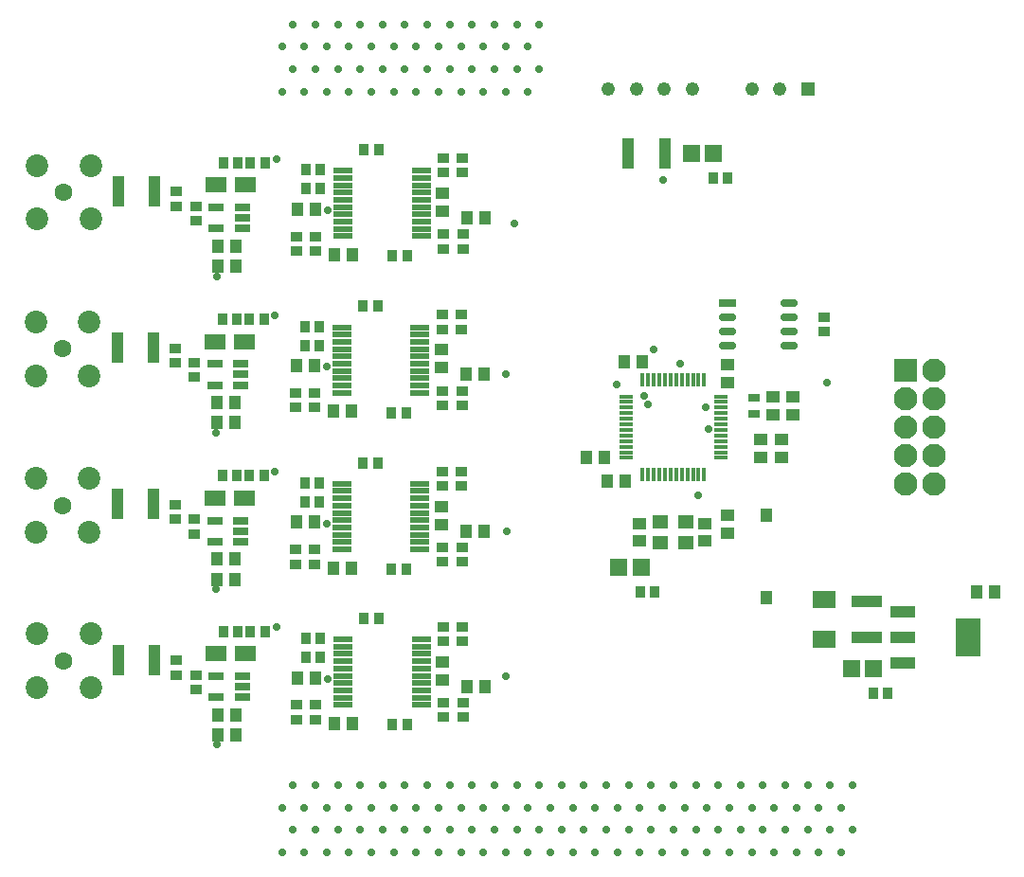
<source format=gts>
G04*
G04 #@! TF.GenerationSoftware,Altium Limited,Altium Designer,25.6.2 (33)*
G04*
G04 Layer_Color=8388736*
%FSLAX44Y44*%
%MOMM*%
G71*
G04*
G04 #@! TF.SameCoordinates,42BA56CB-4CE2-47E9-A465-7F88C4280AAA*
G04*
G04*
G04 #@! TF.FilePolarity,Negative*
G04*
G01*
G75*
%ADD21R,1.2400X0.3450*%
%ADD22R,0.3450X1.2400*%
%ADD31R,1.7010X0.4818*%
%ADD38R,1.5000X1.6000*%
%ADD39R,1.1000X1.2000*%
%ADD40R,1.1500X1.0000*%
%ADD41R,1.0000X1.1500*%
%ADD42R,0.9000X1.0500*%
%ADD43R,1.4000X1.1500*%
%ADD44R,2.2500X1.0000*%
%ADD45R,2.2500X3.3500*%
%ADD46R,1.8500X1.3500*%
%ADD47R,1.4200X0.6900*%
%ADD48R,1.0500X0.9000*%
%ADD49R,1.0542X2.8062*%
%ADD50O,1.5500X0.7000*%
%ADD51R,2.8062X1.0542*%
%ADD52R,2.1000X1.5000*%
%ADD53R,1.5500X0.7000*%
%ADD54R,1.0700X0.7700*%
%ADD55C,2.0200*%
%ADD56C,1.6080*%
%ADD57C,2.1000*%
%ADD58C,1.2300*%
%ADD59R,1.2300X1.2300*%
%ADD60R,2.1000X2.1000*%
%ADD61C,0.7000*%
D21*
X587500Y367500D02*
D03*
Y372500D02*
D03*
Y377500D02*
D03*
Y382500D02*
D03*
Y387500D02*
D03*
Y392500D02*
D03*
Y397500D02*
D03*
Y402500D02*
D03*
Y407500D02*
D03*
Y412500D02*
D03*
Y417500D02*
D03*
Y422500D02*
D03*
X672500D02*
D03*
Y417500D02*
D03*
Y412500D02*
D03*
Y407500D02*
D03*
Y402500D02*
D03*
Y397500D02*
D03*
Y392500D02*
D03*
Y387500D02*
D03*
Y382500D02*
D03*
Y377500D02*
D03*
Y372500D02*
D03*
Y367500D02*
D03*
D22*
X602500Y437500D02*
D03*
X607500D02*
D03*
X612500D02*
D03*
X617500D02*
D03*
X622500D02*
D03*
X627500D02*
D03*
X632500D02*
D03*
X637500D02*
D03*
X642500D02*
D03*
X647500D02*
D03*
X652500D02*
D03*
X657500D02*
D03*
Y352500D02*
D03*
X652500D02*
D03*
X647500D02*
D03*
X642500D02*
D03*
X637500D02*
D03*
X632500D02*
D03*
X627500D02*
D03*
X622500D02*
D03*
X617500D02*
D03*
X612500D02*
D03*
X607500D02*
D03*
X602500D02*
D03*
D31*
X334943Y624206D02*
D03*
Y617856D02*
D03*
Y611252D02*
D03*
Y604648D02*
D03*
Y598298D02*
D03*
Y591694D02*
D03*
Y585344D02*
D03*
Y578740D02*
D03*
Y572136D02*
D03*
Y565786D02*
D03*
X404539D02*
D03*
Y572136D02*
D03*
Y578740D02*
D03*
Y585344D02*
D03*
Y591694D02*
D03*
Y598298D02*
D03*
Y604648D02*
D03*
Y611252D02*
D03*
Y617856D02*
D03*
Y624206D02*
D03*
X333943Y484206D02*
D03*
Y477856D02*
D03*
Y471252D02*
D03*
Y464648D02*
D03*
Y458298D02*
D03*
Y451694D02*
D03*
Y445344D02*
D03*
Y438740D02*
D03*
Y432136D02*
D03*
Y425786D02*
D03*
X403539D02*
D03*
Y432136D02*
D03*
Y438740D02*
D03*
Y445344D02*
D03*
Y451694D02*
D03*
Y458298D02*
D03*
Y464648D02*
D03*
Y471252D02*
D03*
Y477856D02*
D03*
Y484206D02*
D03*
X333943Y344206D02*
D03*
Y337856D02*
D03*
Y331252D02*
D03*
Y324648D02*
D03*
Y318298D02*
D03*
Y311694D02*
D03*
Y305344D02*
D03*
Y298740D02*
D03*
Y292136D02*
D03*
Y285786D02*
D03*
X403539D02*
D03*
Y292136D02*
D03*
Y298740D02*
D03*
Y305344D02*
D03*
Y311694D02*
D03*
Y318298D02*
D03*
Y324648D02*
D03*
Y331252D02*
D03*
Y337856D02*
D03*
Y344206D02*
D03*
X334943Y205206D02*
D03*
Y198856D02*
D03*
Y192252D02*
D03*
Y185648D02*
D03*
Y179298D02*
D03*
Y172694D02*
D03*
Y166344D02*
D03*
Y159740D02*
D03*
Y153136D02*
D03*
Y146786D02*
D03*
X404539D02*
D03*
Y153136D02*
D03*
Y159740D02*
D03*
Y166344D02*
D03*
Y172694D02*
D03*
Y179298D02*
D03*
Y185648D02*
D03*
Y192252D02*
D03*
Y198856D02*
D03*
Y205206D02*
D03*
D38*
X581000Y270000D02*
D03*
X601000D02*
D03*
X808991Y178996D02*
D03*
X788991D02*
D03*
X665991Y639996D02*
D03*
X645991D02*
D03*
D39*
X713000Y243000D02*
D03*
Y316000D02*
D03*
D40*
X678000Y316000D02*
D03*
Y300000D02*
D03*
X727000Y384000D02*
D03*
Y368000D02*
D03*
X707993Y383996D02*
D03*
Y367996D02*
D03*
X719000Y422000D02*
D03*
Y406000D02*
D03*
X678000Y435000D02*
D03*
Y451000D02*
D03*
X737000Y422000D02*
D03*
Y406000D02*
D03*
X600000Y293000D02*
D03*
Y309000D02*
D03*
X658000Y309000D02*
D03*
Y293000D02*
D03*
X423491Y587996D02*
D03*
Y603996D02*
D03*
X422491Y447996D02*
D03*
Y463996D02*
D03*
Y307996D02*
D03*
Y323996D02*
D03*
X423491Y168996D02*
D03*
Y184996D02*
D03*
D41*
X602000Y453000D02*
D03*
X586000D02*
D03*
X587000Y347000D02*
D03*
X571000D02*
D03*
X326991Y548996D02*
D03*
X342991D02*
D03*
X309991Y589996D02*
D03*
X293991D02*
D03*
X461491Y581996D02*
D03*
X445491D02*
D03*
X222991Y556996D02*
D03*
X238991D02*
D03*
X222991Y538996D02*
D03*
X238991D02*
D03*
X325991Y408996D02*
D03*
X341991D02*
D03*
X308991Y449996D02*
D03*
X292991D02*
D03*
X460491Y441996D02*
D03*
X444491D02*
D03*
X221991Y416996D02*
D03*
X237991D02*
D03*
X221991Y398996D02*
D03*
X237991D02*
D03*
X325991Y268996D02*
D03*
X341991D02*
D03*
X308991Y309996D02*
D03*
X292991D02*
D03*
X460491Y301996D02*
D03*
X444491D02*
D03*
X221991Y276996D02*
D03*
X237991D02*
D03*
X221991Y258996D02*
D03*
X237991D02*
D03*
X222991Y119996D02*
D03*
X238991D02*
D03*
X222991Y137996D02*
D03*
X238991D02*
D03*
X461491Y162996D02*
D03*
X445491D02*
D03*
X309991Y170996D02*
D03*
X293991D02*
D03*
X326991Y129996D02*
D03*
X342991D02*
D03*
X552000Y368000D02*
D03*
X901000Y248000D02*
D03*
X917000D02*
D03*
X568000Y368000D02*
D03*
D42*
X600500Y248000D02*
D03*
X613500D02*
D03*
X665500Y618000D02*
D03*
X678500D02*
D03*
X808500Y157000D02*
D03*
X821500D02*
D03*
X314491Y607996D02*
D03*
X301491D02*
D03*
X314491Y624996D02*
D03*
X301491D02*
D03*
X366491Y642996D02*
D03*
X353491D02*
D03*
X391991Y547996D02*
D03*
X378991D02*
D03*
X264991Y631496D02*
D03*
X251991D02*
D03*
X240991D02*
D03*
X227991D02*
D03*
X313491Y467996D02*
D03*
X300491D02*
D03*
X313491Y484996D02*
D03*
X300491D02*
D03*
X365491Y502996D02*
D03*
X352491D02*
D03*
X390991Y407996D02*
D03*
X377991D02*
D03*
X263991Y491496D02*
D03*
X250991D02*
D03*
X239991D02*
D03*
X226991D02*
D03*
X313491Y327996D02*
D03*
X300491D02*
D03*
X313491Y344996D02*
D03*
X300491D02*
D03*
X365491Y362996D02*
D03*
X352491D02*
D03*
X390991Y267996D02*
D03*
X377991D02*
D03*
X263991Y351496D02*
D03*
X250991D02*
D03*
X239991D02*
D03*
X226991D02*
D03*
X240991Y212496D02*
D03*
X227991D02*
D03*
X264991D02*
D03*
X251991D02*
D03*
X391991Y128996D02*
D03*
X378991D02*
D03*
X366491Y223996D02*
D03*
X353491D02*
D03*
X314491Y205996D02*
D03*
X301491D02*
D03*
X314491Y188996D02*
D03*
X301491D02*
D03*
D43*
X641000Y310000D02*
D03*
X618000D02*
D03*
Y291500D02*
D03*
X641000D02*
D03*
D44*
X834750Y230000D02*
D03*
Y207000D02*
D03*
Y184000D02*
D03*
D45*
X893250Y207000D02*
D03*
D46*
X221241Y611496D02*
D03*
X247741D02*
D03*
X220241Y471496D02*
D03*
X246741D02*
D03*
X220241Y331496D02*
D03*
X246741D02*
D03*
X221241Y192496D02*
D03*
X247741D02*
D03*
D47*
X221541Y572496D02*
D03*
Y591496D02*
D03*
X244441D02*
D03*
Y581996D02*
D03*
Y572496D02*
D03*
X220541Y432496D02*
D03*
Y451496D02*
D03*
X243441D02*
D03*
Y441996D02*
D03*
Y432496D02*
D03*
X220541Y292496D02*
D03*
Y311496D02*
D03*
X243441D02*
D03*
Y301996D02*
D03*
Y292496D02*
D03*
X221541Y153496D02*
D03*
Y172496D02*
D03*
X244441D02*
D03*
Y162996D02*
D03*
Y153496D02*
D03*
D48*
X309991Y565496D02*
D03*
Y552496D02*
D03*
X292991Y565496D02*
D03*
Y552496D02*
D03*
X441491Y635496D02*
D03*
Y622496D02*
D03*
X442491Y554496D02*
D03*
Y567496D02*
D03*
X424491Y635496D02*
D03*
Y622496D02*
D03*
Y554496D02*
D03*
Y567496D02*
D03*
X202991Y579496D02*
D03*
Y592496D02*
D03*
X185991Y605496D02*
D03*
Y592496D02*
D03*
X308991Y425496D02*
D03*
Y412496D02*
D03*
X291991Y425496D02*
D03*
Y412496D02*
D03*
X440491Y495496D02*
D03*
Y482496D02*
D03*
X441491Y414496D02*
D03*
Y427496D02*
D03*
X423491Y495496D02*
D03*
Y482496D02*
D03*
Y414496D02*
D03*
Y427496D02*
D03*
X201991Y439496D02*
D03*
Y452496D02*
D03*
X184991Y465496D02*
D03*
Y452496D02*
D03*
X308991Y285496D02*
D03*
Y272496D02*
D03*
X291991Y285496D02*
D03*
Y272496D02*
D03*
X440491Y355496D02*
D03*
Y342496D02*
D03*
X441491Y274496D02*
D03*
Y287496D02*
D03*
X423491Y355496D02*
D03*
Y342496D02*
D03*
Y274496D02*
D03*
Y287496D02*
D03*
X201991Y299496D02*
D03*
Y312496D02*
D03*
X184991Y325496D02*
D03*
Y312496D02*
D03*
X185991Y186496D02*
D03*
Y173496D02*
D03*
X202991Y160496D02*
D03*
Y173496D02*
D03*
X424491Y135496D02*
D03*
Y148496D02*
D03*
Y216496D02*
D03*
Y203496D02*
D03*
X442491Y135496D02*
D03*
Y148496D02*
D03*
X441491Y216496D02*
D03*
Y203496D02*
D03*
X292991Y146496D02*
D03*
Y133496D02*
D03*
X309991Y146496D02*
D03*
Y133496D02*
D03*
X765000Y493500D02*
D03*
Y480500D02*
D03*
D49*
X133741Y186996D02*
D03*
X166241D02*
D03*
X589750Y640000D02*
D03*
X622250D02*
D03*
X133741Y605996D02*
D03*
X166241D02*
D03*
X132741Y465996D02*
D03*
X165241D02*
D03*
X132741Y325996D02*
D03*
X165241D02*
D03*
D50*
X733250Y467950D02*
D03*
Y506050D02*
D03*
Y480650D02*
D03*
Y493350D02*
D03*
X678750Y467950D02*
D03*
Y480650D02*
D03*
Y493350D02*
D03*
D51*
X803000Y239250D02*
D03*
Y206750D02*
D03*
D52*
X765000Y241000D02*
D03*
Y205000D02*
D03*
D53*
X678750Y506050D02*
D03*
D54*
X702000Y407050D02*
D03*
Y420950D02*
D03*
D55*
X109000Y162000D02*
D03*
X61000D02*
D03*
Y210000D02*
D03*
X109000D02*
D03*
X61000Y581000D02*
D03*
Y629000D02*
D03*
X109000D02*
D03*
Y581000D02*
D03*
X60000Y441000D02*
D03*
Y489000D02*
D03*
X108000D02*
D03*
Y441000D02*
D03*
X60000Y301000D02*
D03*
Y349000D02*
D03*
X108000D02*
D03*
Y301000D02*
D03*
D56*
X85000Y186000D02*
D03*
Y605000D02*
D03*
X84000Y465000D02*
D03*
Y325000D02*
D03*
D57*
X837500Y369550D02*
D03*
X862900Y420350D02*
D03*
X837500D02*
D03*
X862900Y344150D02*
D03*
Y369550D02*
D03*
Y394950D02*
D03*
Y445750D02*
D03*
X837500Y344150D02*
D03*
Y394950D02*
D03*
D58*
X597000Y697000D02*
D03*
X622000D02*
D03*
X647000D02*
D03*
X572000D02*
D03*
X700000D02*
D03*
X725000D02*
D03*
D59*
X750000D02*
D03*
D60*
X837500Y445750D02*
D03*
D61*
X321000Y589000D02*
D03*
X275000Y635000D02*
D03*
X222000Y530000D02*
D03*
X320000Y449000D02*
D03*
X274000Y495000D02*
D03*
X221000Y390000D02*
D03*
X321000Y170000D02*
D03*
X275000Y216000D02*
D03*
X222000Y111000D02*
D03*
X320000Y309000D02*
D03*
X274000Y355000D02*
D03*
X221000Y250000D02*
D03*
X579000Y433000D02*
D03*
X661000Y393000D02*
D03*
X604000Y423020D02*
D03*
X607391Y415194D02*
D03*
X790002Y75001D02*
D03*
X780002Y55001D02*
D03*
X790002Y35001D02*
D03*
X780002Y15001D02*
D03*
X770002Y75001D02*
D03*
X760002Y55001D02*
D03*
X770002Y35001D02*
D03*
X760002Y15001D02*
D03*
X750002Y75001D02*
D03*
X740002Y55001D02*
D03*
X750002Y35001D02*
D03*
X740002Y15001D02*
D03*
X730002Y75001D02*
D03*
X720002Y55001D02*
D03*
X730002Y35001D02*
D03*
X720002Y15001D02*
D03*
X710002Y75001D02*
D03*
X700002Y55001D02*
D03*
X710002Y35001D02*
D03*
X700002Y15001D02*
D03*
X690002Y75001D02*
D03*
X680002Y55001D02*
D03*
X690002Y35001D02*
D03*
X680002Y15001D02*
D03*
X670002Y75001D02*
D03*
X660001Y55001D02*
D03*
X670002Y35001D02*
D03*
X660001Y15001D02*
D03*
X650001Y75001D02*
D03*
X640001Y55001D02*
D03*
X650001Y35001D02*
D03*
X640001Y15001D02*
D03*
X630001Y75001D02*
D03*
X620001Y55001D02*
D03*
X630001Y35001D02*
D03*
X620001Y15001D02*
D03*
X610001Y75001D02*
D03*
X600001Y55001D02*
D03*
X610001Y35001D02*
D03*
X600001Y15001D02*
D03*
X590001Y75001D02*
D03*
X580001Y55001D02*
D03*
X590001Y35001D02*
D03*
X580001Y15001D02*
D03*
X570001Y75001D02*
D03*
X560001Y55001D02*
D03*
X570001Y35001D02*
D03*
X560001Y15001D02*
D03*
X550001Y75001D02*
D03*
X540001Y55001D02*
D03*
X550001Y35001D02*
D03*
X540001Y15001D02*
D03*
X530001Y75001D02*
D03*
X520001Y55001D02*
D03*
X530001Y35001D02*
D03*
X520001Y15001D02*
D03*
X510001Y75001D02*
D03*
X500001Y55001D02*
D03*
X510001Y35001D02*
D03*
X500001Y15001D02*
D03*
X490001Y75001D02*
D03*
X480001Y55001D02*
D03*
X490001Y35001D02*
D03*
X480001Y15001D02*
D03*
X470001Y75001D02*
D03*
X460001Y55001D02*
D03*
X470001Y35001D02*
D03*
X460001Y15001D02*
D03*
X450001Y75001D02*
D03*
X440001Y55001D02*
D03*
X450001Y35001D02*
D03*
X440001Y15001D02*
D03*
X430001Y75001D02*
D03*
X420001Y55001D02*
D03*
X430001Y35001D02*
D03*
X420001Y15001D02*
D03*
X410001Y75001D02*
D03*
X400001Y55001D02*
D03*
X410001Y35001D02*
D03*
X400001Y15001D02*
D03*
X390001Y75001D02*
D03*
X380001Y55001D02*
D03*
X390001Y35001D02*
D03*
X380001Y15001D02*
D03*
X370001Y75001D02*
D03*
X360001Y55001D02*
D03*
X370001Y35001D02*
D03*
X360001Y15001D02*
D03*
X350001Y75001D02*
D03*
X340001Y55001D02*
D03*
X350001Y35001D02*
D03*
X340001Y15001D02*
D03*
X330001Y75001D02*
D03*
X320001Y55001D02*
D03*
X330001Y35001D02*
D03*
X320001Y15001D02*
D03*
X310001Y75001D02*
D03*
X300001Y55001D02*
D03*
X310001Y35001D02*
D03*
X300001Y15001D02*
D03*
X290001Y75001D02*
D03*
X280001Y55001D02*
D03*
X290001Y35001D02*
D03*
X280001Y15001D02*
D03*
X510001Y755001D02*
D03*
X500001Y735001D02*
D03*
X510001Y715001D02*
D03*
X500001Y695001D02*
D03*
X490001Y755001D02*
D03*
X480001Y735001D02*
D03*
X490001Y715001D02*
D03*
X480001Y695001D02*
D03*
X470001Y755001D02*
D03*
X460001Y735001D02*
D03*
X470001Y715001D02*
D03*
X460001Y695001D02*
D03*
X450001Y755001D02*
D03*
X440001Y735001D02*
D03*
X450001Y715001D02*
D03*
X440001Y695001D02*
D03*
X430001Y755001D02*
D03*
X420001Y735001D02*
D03*
X430001Y715001D02*
D03*
X420001Y695001D02*
D03*
X410001Y755001D02*
D03*
X400001Y735001D02*
D03*
X410001Y715001D02*
D03*
X400001Y695001D02*
D03*
X390001Y755001D02*
D03*
X380001Y735001D02*
D03*
X390001Y715001D02*
D03*
X380001Y695001D02*
D03*
X370001Y755001D02*
D03*
X360001Y735001D02*
D03*
X370001Y715001D02*
D03*
X360001Y695001D02*
D03*
X350001Y755001D02*
D03*
X340001Y735001D02*
D03*
X350001Y715001D02*
D03*
X340001Y695001D02*
D03*
X330001Y755001D02*
D03*
X320001Y735001D02*
D03*
X330001Y715001D02*
D03*
X320001Y695001D02*
D03*
X310001Y755001D02*
D03*
X300001Y735001D02*
D03*
X310001Y715001D02*
D03*
X300001Y695001D02*
D03*
X290001Y755001D02*
D03*
X280001Y735001D02*
D03*
X290001Y715001D02*
D03*
X280001Y695001D02*
D03*
X481000Y302000D02*
D03*
X652000Y334000D02*
D03*
X480000Y172000D02*
D03*
X659000Y413000D02*
D03*
X480000Y442000D02*
D03*
X636000Y452000D02*
D03*
X612000Y464000D02*
D03*
X488000Y577000D02*
D03*
X767000Y435000D02*
D03*
X621000Y616000D02*
D03*
M02*

</source>
